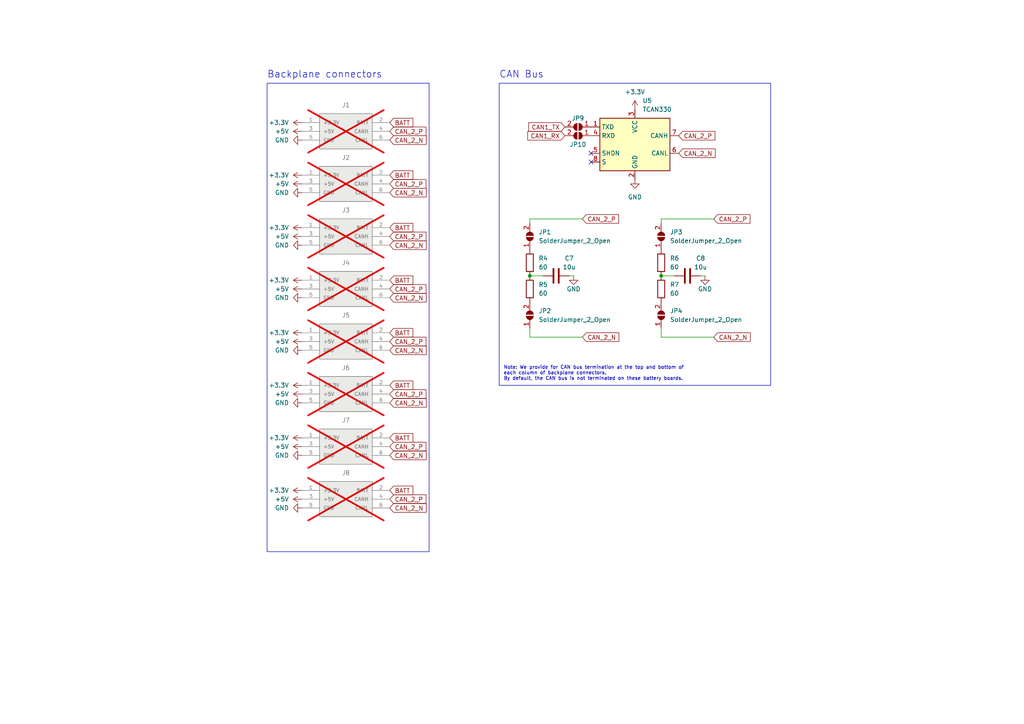
<source format=kicad_sch>
(kicad_sch (version 20230121) (generator eeschema)
  (paper "A4")
  (lib_symbols
    (symbol "Device:C" (pin_numbers hide) (pin_names (offset 0.254))
      (property "Reference" "C" (at 0.635 2.54 0))
      (property "Value" "C" (at 0.635 -2.54 0))
      (symbol "C_0_1"
        (polyline (pts (xy -2.032 -0.762) (xy 2.032 -0.762)) (stroke (width 0.508)))
        (polyline (pts (xy -2.032 0.762) (xy 2.032 0.762)) (stroke (width 0.508)))
      )
      (symbol "C_1_1"
        (pin passive line (at 0 3.81 270) (length 2.794) (name "~") (number "1"))
        (pin passive line (at 0 -3.81 90) (length 2.794) (name "~") (number "2"))
      )
    )
    (symbol "Device:R" (pin_numbers hide) (pin_names (offset 0))
      (property "Reference" "R" (at 2.032 0 90))
      (property "Value" "R" (at 0 0 90))
      (symbol "R_0_1"
        (rectangle (start -1.016 -2.54) (end 1.016 2.54) (stroke (width 0.254)))
      )
      (symbol "R_1_1"
        (pin passive line (at 0 3.81 270) (length 1.27) (name "~") (number "1"))
        (pin passive line (at 0 -3.81 90) (length 1.27) (name "~") (number "2"))
      )
    )
    (symbol "Interface_CAN_LIN:TCAN330"
      (property "Reference" "U" (at -10.16 8.89 0))
      (property "Value" "TCAN330" (at 2.54 8.89 0))
      (symbol "TCAN330_0_1"
        (rectangle (start -10.16 7.62) (end 10.16 -7.62) (stroke (width 0.254)) (fill (type background)))
      )
      (symbol "TCAN330_1_1"
        (pin input line (at -12.7 5.08 0) (length 2.54) (name "TXD") (number "1"))
        (pin power_in line (at 0 -10.16 90) (length 2.54) (name "GND") (number "2"))
        (pin power_in line (at 0 10.16 270) (length 2.54) (name "VCC") (number "3"))
        (pin tri_state line (at -12.7 2.54 0) (length 2.54) (name "RXD") (number "4"))
        (pin input line (at -12.7 -2.54 0) (length 2.54) (name "SHDN") (number "5"))
        (pin bidirectional line (at 12.7 -2.54 180) (length 2.54) (name "CANL") (number "6"))
        (pin bidirectional line (at 12.7 2.54 180) (length 2.54) (name "CANH") (number "7"))
        (pin input line (at -12.7 -5.08 0) (length 2.54) (name "S") (number "8"))
      )
    )
    (symbol "Jumper:SolderJumper_2_Open" (pin_names (offset 0) hide)
      (property "Reference" "JP" (at 0 2.032 0))
      (property "Value" "SolderJumper_2_Open" (at 0 -2.54 0))
      (symbol "SolderJumper_2_Open_0_1"
        (arc (start -0.254 1.016) (mid -1.2656 0) (end -0.254 -1.016))
        (arc (start -0.254 1.016) (mid -1.2656 0) (end -0.254 -1.016) (fill (type outline)))
        (polyline (pts (xy -0.254 1.016) (xy -0.254 -1.016)))
        (polyline (pts (xy 0.254 1.016) (xy 0.254 -1.016)))
        (arc (start 0.254 -1.016) (mid 1.2656 0) (end 0.254 1.016))
        (arc (start 0.254 -1.016) (mid 1.2656 0) (end 0.254 1.016) (fill (type outline)))
      )
      (symbol "SolderJumper_2_Open_1_1"
        (pin passive line (at -3.81 0 0) (length 2.54) (name "A") (number "1"))
        (pin passive line (at 3.81 0 180) (length 2.54) (name "B") (number "2"))
      )
    )
    (symbol "TVSC:Backplane_Connector_Consumer" (pin_names (offset 1.016))
      (property "Reference" "J" (at 0 6.35 0))
      (symbol "Backplane_Connector_Consumer_0_0"
        (rectangle (start -7.62 -5.08) (end 7.62 5.08) (stroke (width 0.254)) (fill (type background)))
      )
      (symbol "Backplane_Connector_Consumer_1_0"
        (pin power_out line (at -12.7 2.54 0) (length 5.08) (name "+3.3V") (number "1"))
        (pin passive line (at 12.7 2.54 180) (length 5.08) (name "BATT") (number "2"))
        (pin power_out line (at -12.7 0 0) (length 5.08) (name "+5V") (number "3"))
        (pin bidirectional line (at 12.7 0 180) (length 5.08) (name "CANH") (number "4"))
        (pin power_out line (at -12.7 -2.54 0) (length 5.08) (name "GND") (number "5"))
        (pin bidirectional line (at 12.7 -2.54 180) (length 5.08) (name "CANL") (number "6"))
      )
    )
    (symbol "power:+3.3V" (power) (pin_names (offset 0))
      (property "Value" "+3.3V" (at 0 3.556 0))
      (symbol "+3.3V_0_1"
        (polyline (pts (xy -0.762 1.27) (xy 0 2.54)))
        (polyline (pts (xy 0 0) (xy 0 2.54)))
        (polyline (pts (xy 0 2.54) (xy 0.762 1.27)))
      )
      (symbol "+3.3V_1_1"
        (pin power_in line (at 0 0 90) (length 0) hide (name "+3.3V") (number "1"))
      )
    )
    (symbol "power:+5V" (power) (pin_names (offset 0))
      (property "Value" "+5V" (at 0 3.556 0))
      (symbol "+5V_0_1"
        (polyline (pts (xy -0.762 1.27) (xy 0 2.54)))
        (polyline (pts (xy 0 0) (xy 0 2.54)))
        (polyline (pts (xy 0 2.54) (xy 0.762 1.27)))
      )
      (symbol "+5V_1_1"
        (pin power_in line (at 0 0 90) (length 0) hide (name "+5V") (number "1"))
      )
    )
    (symbol "power:GND" (power) (pin_names (offset 0))
      (property "Value" "GND" (at 0 -3.81 0))
      (symbol "GND_0_1"
        (polyline (pts (xy 0 0) (xy 0 -1.27) (xy 1.27 -1.27) (xy 0 -2.54) (xy -1.27 -1.27) (xy 0 -1.27)))
      )
      (symbol "GND_1_1"
        (pin power_in line (at 0 0 270) (length 0) hide (name "GND") (number "1"))
      )
    )
  )
  (junction (at 191.77 80.01))
  (junction (at 153.67 80.01))
  (no_connect (at 171.45 46.99))
  (no_connect (at 171.45 44.45))
  (wire (pts (xy 153.67 63.5) (xy 168.91 63.5)))
  (wire (pts (xy 153.67 97.79) (xy 153.67 95.25)))
  (wire (pts (xy 153.67 63.5) (xy 153.67 64.77)))
  (wire (pts (xy 157.48 80.01) (xy 153.67 80.01)))
  (wire (pts (xy 191.77 97.79) (xy 207.01 97.79)))
  (wire (pts (xy 191.77 63.5) (xy 191.77 64.77)))
  (wire (pts (xy 191.77 97.79) (xy 191.77 95.25)))
  (wire (pts (xy 203.2 80.01) (xy 204.47 80.01)))
  (wire (pts (xy 195.58 80.01) (xy 191.77 80.01)))
  (wire (pts (xy 153.67 97.79) (xy 168.91 97.79)))
  (wire (pts (xy 191.77 63.5) (xy 207.01 63.5)))
  (wire (pts (xy 165.1 80.01) (xy 166.37 80.01)))
  (rectangle (start 144.78 24.13) (end 223.52 111.76))
  (rectangle (start 77.47 24.13) (end 124.46 160.02))
  (text "Note: We provide for CAN bus termination at the top and bottom of\neach column of backplane connectors.\nBy default, the CAN bus is not terminated on these battery boards." (at 146.05 110.49 0) (effects (font (size 1 1)) (justify left bottom)))
  (text "CAN Bus" (at 144.78 22.86 0) (effects (font (size 2 2)) (justify left bottom)))
  (text "Backplane connectors" (at 77.47 22.86 0) (effects (font (size 2 2)) (justify left bottom)))
  (global_label "CAN_2_P" (shape input) (at 113.03 99.06 0) (property "Intersheetrefs" "${INTERSHEET_REFS}" (effects hide)))
  (global_label "CAN_2_P" (shape input) (at 113.03 129.54 0) (property "Intersheetrefs" "${INTERSHEET_REFS}" (effects hide)))
  (global_label "CAN_2_P" (shape input) (at 113.03 38.1 0) (property "Intersheetrefs" "${INTERSHEET_REFS}" (effects hide)))
  (global_label "CAN1_RX" (shape input) (at 163.83 39.37 180) (property "Intersheetrefs" "${INTERSHEET_REFS}" (effects hide)))
  (global_label "CAN_2_N" (shape input) (at 113.03 101.6 0) (property "Intersheetrefs" "${INTERSHEET_REFS}" (effects hide)))
  (global_label "BATT" (shape input) (at 113.03 127 0) (property "Intersheetrefs" "${INTERSHEET_REFS}" (effects hide)))
  (global_label "CAN_2_N" (shape input) (at 207.01 97.79 0) (property "Intersheetrefs" "${INTERSHEET_REFS}" (effects hide)))
  (global_label "BATT" (shape input) (at 113.03 35.56 0) (property "Intersheetrefs" "${INTERSHEET_REFS}" (effects hide)))
  (global_label "CAN_2_N" (shape input) (at 196.85 44.45 0) (property "Intersheetrefs" "${INTERSHEET_REFS}" (effects hide)))
  (global_label "CAN_2_N" (shape input) (at 113.03 86.36 0) (property "Intersheetrefs" "${INTERSHEET_REFS}" (effects hide)))
  (global_label "CAN_2_P" (shape input) (at 113.03 144.78 0) (property "Intersheetrefs" "${INTERSHEET_REFS}" (effects hide)))
  (global_label "CAN_2_N" (shape input) (at 113.03 132.08 0) (property "Intersheetrefs" "${INTERSHEET_REFS}" (effects hide)))
  (global_label "BATT" (shape input) (at 113.03 50.8 0) (property "Intersheetrefs" "${INTERSHEET_REFS}" (effects hide)))
  (global_label "CAN_2_N" (shape input) (at 113.03 55.88 0) (property "Intersheetrefs" "${INTERSHEET_REFS}" (effects hide)))
  (global_label "CAN_2_N" (shape input) (at 113.03 71.12 0) (property "Intersheetrefs" "${INTERSHEET_REFS}" (effects hide)))
  (global_label "CAN_2_N" (shape input) (at 113.03 116.84 0) (property "Intersheetrefs" "${INTERSHEET_REFS}" (effects hide)))
  (global_label "CAN_2_P" (shape input) (at 168.91 63.5 0) (property "Intersheetrefs" "${INTERSHEET_REFS}" (effects hide)))
  (global_label "CAN_2_P" (shape input) (at 207.01 63.5 0) (property "Intersheetrefs" "${INTERSHEET_REFS}" (effects hide)))
  (global_label "CAN_2_N" (shape input) (at 113.03 40.64 0) (property "Intersheetrefs" "${INTERSHEET_REFS}" (effects hide)))
  (global_label "CAN_2_P" (shape input) (at 113.03 68.58 0) (property "Intersheetrefs" "${INTERSHEET_REFS}" (effects hide)))
  (global_label "CAN_2_P" (shape input) (at 113.03 83.82 0) (property "Intersheetrefs" "${INTERSHEET_REFS}" (effects hide)))
  (global_label "BATT" (shape input) (at 113.03 66.04 0) (property "Intersheetrefs" "${INTERSHEET_REFS}" (effects hide)))
  (global_label "CAN_2_P" (shape input) (at 196.85 39.37 0) (property "Intersheetrefs" "${INTERSHEET_REFS}" (effects hide)))
  (global_label "BATT" (shape input) (at 113.03 96.52 0) (property "Intersheetrefs" "${INTERSHEET_REFS}" (effects hide)))
  (global_label "CAN1_TX" (shape input) (at 163.83 36.83 180) (property "Intersheetrefs" "${INTERSHEET_REFS}" (effects hide)))
  (global_label "BATT" (shape input) (at 113.03 142.24 0) (property "Intersheetrefs" "${INTERSHEET_REFS}" (effects hide)))
  (global_label "CAN_2_N" (shape input) (at 168.91 97.79 0) (property "Intersheetrefs" "${INTERSHEET_REFS}" (effects hide)))
  (global_label "BATT" (shape input) (at 113.03 111.76 0) (property "Intersheetrefs" "${INTERSHEET_REFS}" (effects hide)))
  (global_label "CAN_2_N" (shape input) (at 113.03 147.32 0) (property "Intersheetrefs" "${INTERSHEET_REFS}" (effects hide)))
  (global_label "BATT" (shape input) (at 113.03 81.28 0) (property "Intersheetrefs" "${INTERSHEET_REFS}" (effects hide)))
  (global_label "CAN_2_P" (shape input) (at 113.03 114.3 0) (property "Intersheetrefs" "${INTERSHEET_REFS}" (effects hide)))
  (global_label "CAN_2_P" (shape input) (at 113.03 53.34 0) (property "Intersheetrefs" "${INTERSHEET_REFS}" (effects hide)))
  (symbol (lib_id "Device:R") (at 191.77 76.2 0) (unit 1)
    (property "Reference" "R6" (at 194.31 74.93 0) (effects (justify left)))
    (property "Value" "60" (at 194.31 77.47 0) (effects (justify left)))
    (property "Footprint" "Resistor_SMD:R_0402_1005Metric" (effects hide))
  )
  (symbol (lib_id "power:GND") (at 87.63 55.88 270) (unit 1)
    (property "Reference" "#PWR027" (effects hide))
    (property "Value" "GND" (at 83.82 55.88 90) (effects (justify right)))
  )
  (symbol (lib_id "power:+5V") (at 87.63 68.58 90) (unit 1)
    (property "Reference" "#PWR029" (effects hide))
    (property "Value" "+5V" (at 83.82 68.58 90) (effects (justify left)))
  )
  (symbol (lib_id "Device:C") (at 199.39 80.01 90) (unit 1)
    (property "Reference" "C8" (at 203.2 74.93 90))
    (property "Value" "10u" (at 203.2 77.47 90))
    (property "Footprint" "Capacitor_SMD:C_0603_1608Metric" (effects hide))
    (property "MPN" "C19702" (effects hide))
    (property "Manufacturer" "Samsung Electro-Mechanics" (effects hide))
    (property "Manufacturer Part Number" "CL10A106KP8NNNC" (effects hide))
  )
  (symbol (lib_id "power:GND") (at 87.63 132.08 270) (unit 1)
    (property "Reference" "#PWR070" (effects hide))
    (property "Value" "GND" (at 83.82 132.08 90) (effects (justify right)))
  )
  (symbol (lib_id "TVSC:Backplane_Connector_Consumer") (at 100.33 53.34 0) (unit 1) (dnp yes)
    (property "Reference" "J2" (at 100.33 45.72 0))
    (property "Value" "TE_Connectivity_7-5530843-7" (effects hide))
    (property "Footprint" "footprints:TE_Connectivity_7-5530843-7" (effects hide))
    (property "Datasheet" "https://www.te.com/commerce/DocumentDelivery/DDEController?Action=showdoc&DocId=Customer+Drawing%7F5530843%7FG1%7Fpdf%7FEnglish%7FENG_CD_5530843_G1.pdf" (effects hide))
    (property "Manufacturer" "TE Connectivity" (effects hide))
    (property "Manufacturer Part Number" "7-5530843-7" (effects hide))
    (property "MPN" "C4570400" (effects hide))
  )
  (symbol (lib_id "Jumper:SolderJumper_2_Open") (at 191.77 68.58 90) (unit 1)
    (property "Reference" "JP3" (at 194.31 67.31 90) (effects (justify right)))
    (property "Value" "SolderJumper_2_Open" (at 194.31 69.85 90) (effects (justify right)))
    (property "Footprint" "Jumper:SolderJumper-2_P1.3mm_Open_RoundedPad1.0x1.5mm" (effects hide))
  )
  (symbol (lib_id "power:+3.3V") (at 87.63 81.28 90) (unit 1)
    (property "Reference" "#PWR031" (effects hide))
    (property "Value" "+3.3V" (at 83.82 81.28 90) (effects (justify left)))
  )
  (symbol (lib_id "power:+5V") (at 87.63 99.06 90) (unit 1)
    (property "Reference" "#PWR035" (effects hide))
    (property "Value" "+5V" (at 83.82 99.06 90) (effects (justify left)))
  )
  (symbol (lib_id "power:+3.3V") (at 87.63 127 90) (unit 1)
    (property "Reference" "#PWR066" (effects hide))
    (property "Value" "+3.3V" (at 83.82 127 90) (effects (justify left)))
  )
  (symbol (lib_id "Jumper:SolderJumper_2_Open") (at 167.64 36.83 180) (unit 1)
    (property "Reference" "JP9" (at 167.64 34.29 0))
    (property "Value" "SolderJumper_2_Open" (effects hide))
    (property "Footprint" "Jumper:SolderJumper-2_P1.3mm_Open_RoundedPad1.0x1.5mm" (effects hide))
  )
  (symbol (lib_id "TVSC:Backplane_Connector_Consumer") (at 100.33 38.1 0) (unit 1) (dnp yes)
    (property "Reference" "J1" (at 100.33 30.48 0))
    (property "Value" "TE_Connectivity_7-5530843-7" (effects hide))
    (property "Footprint" "footprints:TE_Connectivity_7-5530843-7" (effects hide))
    (property "Datasheet" "https://www.te.com/commerce/DocumentDelivery/DDEController?Action=showdoc&DocId=Customer+Drawing%7F5530843%7FG1%7Fpdf%7FEnglish%7FENG_CD_5530843_G1.pdf" (effects hide))
    (property "Manufacturer" "TE Connectivity" (effects hide))
    (property "Manufacturer Part Number" "7-5530843-7" (effects hide))
    (property "MPN" "C4570400" (effects hide))
  )
  (symbol (lib_id "power:+3.3V") (at 87.63 96.52 90) (unit 1)
    (property "Reference" "#PWR034" (effects hide))
    (property "Value" "+3.3V" (at 83.82 96.52 90) (effects (justify left)))
  )
  (symbol (lib_id "power:GND") (at 204.47 80.01 0) (unit 1)
    (property "Reference" "#PWR021" (effects hide))
    (property "Value" "GND" (at 204.47 83.82 0))
  )
  (symbol (lib_id "power:+5V") (at 87.63 53.34 90) (unit 1)
    (property "Reference" "#PWR026" (effects hide))
    (property "Value" "+5V" (at 83.82 53.34 90) (effects (justify left)))
  )
  (symbol (lib_id "Device:C") (at 161.29 80.01 90) (unit 1)
    (property "Reference" "C7" (at 165.1 74.93 90))
    (property "Value" "10u" (at 165.1 77.47 90))
    (property "Footprint" "Capacitor_SMD:C_0603_1608Metric" (effects hide))
    (property "MPN" "C19702" (effects hide))
    (property "Manufacturer" "Samsung Electro-Mechanics" (effects hide))
    (property "Manufacturer Part Number" "CL10A106KP8NNNC" (effects hide))
  )
  (symbol (lib_id "power:GND") (at 87.63 71.12 270) (unit 1)
    (property "Reference" "#PWR030" (effects hide))
    (property "Value" "GND" (at 83.82 71.12 90) (effects (justify right)))
  )
  (symbol (lib_id "TVSC:Backplane_Connector_Consumer") (at 100.33 114.3 0) (unit 1) (dnp yes)
    (property "Reference" "J6" (at 100.33 106.68 0))
    (property "Value" "TE_Connectivity_7-5530843-7" (effects hide))
    (property "Footprint" "footprints:TE_Connectivity_7-5530843-7" (effects hide))
    (property "Datasheet" "https://www.te.com/commerce/DocumentDelivery/DDEController?Action=showdoc&DocId=Customer+Drawing%7F5530843%7FG1%7Fpdf%7FEnglish%7FENG_CD_5530843_G1.pdf" (effects hide))
    (property "Manufacturer" "TE Connectivity" (effects hide))
    (property "Manufacturer Part Number" "7-5530843-7" (effects hide))
    (property "MPN" "C4570400" (effects hide))
  )
  (symbol (lib_id "Jumper:SolderJumper_2_Open") (at 153.67 68.58 90) (unit 1)
    (property "Reference" "JP1" (at 156.21 67.31 90) (effects (justify right)))
    (property "Value" "SolderJumper_2_Open" (at 156.21 69.85 90) (effects (justify right)))
    (property "Footprint" "Jumper:SolderJumper-2_P1.3mm_Open_RoundedPad1.0x1.5mm" (effects hide))
  )
  (symbol (lib_id "power:+3.3V") (at 87.63 66.04 90) (unit 1)
    (property "Reference" "#PWR028" (effects hide))
    (property "Value" "+3.3V" (at 83.82 66.04 90) (effects (justify left)))
  )
  (symbol (lib_id "Interface_CAN_LIN:TCAN330") (at 184.15 41.91 0) (unit 1)
    (property "Reference" "U5" (at 186.3441 29.21 0) (effects (justify left)))
    (property "Value" "TCAN330" (at 186.3441 31.75 0) (effects (justify left)))
    (property "Footprint" "Package_TO_SOT_SMD:SOT-23-8" (effects hide))
    (property "Datasheet" "http://www.ti.com/lit/ds/symlink/tcan337.pdf" (effects hide))
    (property "Alternate" "TCAN332" (effects hide))
    (property "Manufacturer" "Texas Instruments" (effects hide))
    (property "Manufacturer Part Number" "TCAN330DCNR" (effects hide))
    (property "Active" "Y" (effects hide))
    (property "MPN" "C2877587" (effects hide))
  )
  (symbol (lib_id "Jumper:SolderJumper_2_Open") (at 167.64 39.37 180) (unit 1)
    (property "Reference" "JP10" (at 167.64 41.91 0))
    (property "Value" "SolderJumper_2_Open" (effects hide))
    (property "Footprint" "Jumper:SolderJumper-2_P1.3mm_Open_RoundedPad1.0x1.5mm" (effects hide))
  )
  (symbol (lib_id "Device:R") (at 191.77 83.82 0) (unit 1)
    (property "Reference" "R7" (at 194.31 82.55 0) (effects (justify left)))
    (property "Value" "60" (at 194.31 85.09 0) (effects (justify left)))
    (property "Footprint" "Resistor_SMD:R_0402_1005Metric" (effects hide))
  )
  (symbol (lib_id "Jumper:SolderJumper_2_Open") (at 191.77 91.44 90) (unit 1)
    (property "Reference" "JP4" (at 194.31 90.17 90) (effects (justify right)))
    (property "Value" "SolderJumper_2_Open" (at 194.31 92.71 90) (effects (justify right)))
    (property "Footprint" "Jumper:SolderJumper-2_P1.3mm_Open_RoundedPad1.0x1.5mm" (effects hide))
  )
  (symbol (lib_id "TVSC:Backplane_Connector_Consumer") (at 100.33 144.78 0) (unit 1) (dnp yes)
    (property "Reference" "J8" (at 100.33 137.16 0))
    (property "Value" "TE_Connectivity_7-5530843-7" (effects hide))
    (property "Footprint" "footprints:TE_Connectivity_7-5530843-7" (effects hide))
    (property "Datasheet" "https://www.te.com/commerce/DocumentDelivery/DDEController?Action=showdoc&DocId=Customer+Drawing%7F5530843%7FG1%7Fpdf%7FEnglish%7FENG_CD_5530843_G1.pdf" (effects hide))
    (property "Manufacturer" "TE Connectivity" (effects hide))
    (property "Manufacturer Part Number" "7-5530843-7" (effects hide))
    (property "MPN" "C4570400" (effects hide))
  )
  (symbol (lib_id "power:GND") (at 166.37 80.01 0) (unit 1)
    (property "Reference" "#PWR020" (effects hide))
    (property "Value" "GND" (at 166.37 83.82 0))
  )
  (symbol (lib_id "power:+5V") (at 87.63 83.82 90) (unit 1)
    (property "Reference" "#PWR032" (effects hide))
    (property "Value" "+5V" (at 83.82 83.82 90) (effects (justify left)))
  )
  (symbol (lib_id "power:+5V") (at 87.63 38.1 90) (unit 1)
    (property "Reference" "#PWR023" (effects hide))
    (property "Value" "+5V" (at 83.82 38.1 90) (effects (justify left)))
  )
  (symbol (lib_id "TVSC:Backplane_Connector_Consumer") (at 100.33 129.54 0) (unit 1) (dnp yes)
    (property "Reference" "J7" (at 100.33 121.92 0))
    (property "Value" "TE_Connectivity_7-5530843-7" (effects hide))
    (property "Footprint" "footprints:TE_Connectivity_7-5530843-7" (effects hide))
    (property "Datasheet" "https://www.te.com/commerce/DocumentDelivery/DDEController?Action=showdoc&DocId=Customer+Drawing%7F5530843%7FG1%7Fpdf%7FEnglish%7FENG_CD_5530843_G1.pdf" (effects hide))
    (property "Manufacturer" "TE Connectivity" (effects hide))
    (property "Manufacturer Part Number" "7-5530843-7" (effects hide))
    (property "MPN" "C4570400" (effects hide))
  )
  (symbol (lib_id "Device:R") (at 153.67 76.2 0) (unit 1)
    (property "Reference" "R4" (at 156.21 74.93 0) (effects (justify left)))
    (property "Value" "60" (at 156.21 77.47 0) (effects (justify left)))
    (property "Footprint" "Resistor_SMD:R_0402_1005Metric" (effects hide))
  )
  (symbol (lib_id "power:GND") (at 184.15 52.07 0) (unit 1)
    (property "Reference" "#PWR075" (effects hide))
    (property "Value" "GND" (at 184.15 57.15 0))
  )
  (symbol (lib_id "TVSC:Backplane_Connector_Consumer") (at 100.33 83.82 0) (unit 1) (dnp yes)
    (property "Reference" "J4" (at 100.33 76.2 0))
    (property "Value" "TE_Connectivity_7-5530843-7" (effects hide))
    (property "Footprint" "footprints:TE_Connectivity_7-5530843-7" (effects hide))
    (property "Datasheet" "https://www.te.com/commerce/DocumentDelivery/DDEController?Action=showdoc&DocId=Customer+Drawing%7F5530843%7FG1%7Fpdf%7FEnglish%7FENG_CD_5530843_G1.pdf" (effects hide))
    (property "Manufacturer" "TE Connectivity" (effects hide))
    (property "Manufacturer Part Number" "7-5530843-7" (effects hide))
    (property "MPN" "C4570400" (effects hide))
  )
  (symbol (lib_id "power:GND") (at 87.63 40.64 270) (unit 1)
    (property "Reference" "#PWR024" (effects hide))
    (property "Value" "GND" (at 83.82 40.64 90) (effects (justify right)))
  )
  (symbol (lib_id "power:GND") (at 87.63 86.36 270) (unit 1)
    (property "Reference" "#PWR033" (effects hide))
    (property "Value" "GND" (at 83.82 86.36 90) (effects (justify right)))
  )
  (symbol (lib_id "power:+5V") (at 87.63 114.3 90) (unit 1)
    (property "Reference" "#PWR038" (effects hide))
    (property "Value" "+5V" (at 83.82 114.3 90) (effects (justify left)))
  )
  (symbol (lib_id "power:+3.3V") (at 87.63 50.8 90) (unit 1)
    (property "Reference" "#PWR025" (effects hide))
    (property "Value" "+3.3V" (at 83.82 50.8 90) (effects (justify left)))
  )
  (symbol (lib_id "power:+5V") (at 87.63 129.54 90) (unit 1)
    (property "Reference" "#PWR069" (effects hide))
    (property "Value" "+5V" (at 83.82 129.54 90) (effects (justify left)))
  )
  (symbol (lib_id "Jumper:SolderJumper_2_Open") (at 153.67 91.44 90) (unit 1)
    (property "Reference" "JP2" (at 156.21 90.17 90) (effects (justify right)))
    (property "Value" "SolderJumper_2_Open" (at 156.21 92.71 90) (effects (justify right)))
    (property "Footprint" "Jumper:SolderJumper-2_P1.3mm_Open_RoundedPad1.0x1.5mm" (effects hide))
  )
  (symbol (lib_id "power:+3.3V") (at 184.15 31.75 0) (unit 1)
    (property "Reference" "#PWR074" (effects hide))
    (property "Value" "+3.3V" (at 184.15 26.67 0))
  )
  (symbol (lib_id "power:GND") (at 87.63 101.6 270) (unit 1)
    (property "Reference" "#PWR036" (effects hide))
    (property "Value" "GND" (at 83.82 101.6 90) (effects (justify right)))
  )
  (symbol (lib_id "TVSC:Backplane_Connector_Consumer") (at 100.33 99.06 0) (unit 1) (dnp yes)
    (property "Reference" "J5" (at 100.33 91.44 0))
    (property "Value" "TE_Connectivity_7-5530843-7" (effects hide))
    (property "Footprint" "footprints:TE_Connectivity_7-5530843-7" (effects hide))
    (property "Datasheet" "https://www.te.com/commerce/DocumentDelivery/DDEController?Action=showdoc&DocId=Customer+Drawing%7F5530843%7FG1%7Fpdf%7FEnglish%7FENG_CD_5530843_G1.pdf" (effects hide))
    (property "Manufacturer" "TE Connectivity" (effects hide))
    (property "Manufacturer Part Number" "7-5530843-7" (effects hide))
    (property "MPN" "C4570400" (effects hide))
  )
  (symbol (lib_id "TVSC:Backplane_Connector_Consumer") (at 100.33 68.58 0) (unit 1) (dnp yes)
    (property "Reference" "J3" (at 100.33 60.96 0))
    (property "Value" "TE_Connectivity_7-5530843-7" (effects hide))
    (property "Footprint" "footprints:TE_Connectivity_7-5530843-7" (effects hide))
    (property "Datasheet" "https://www.te.com/commerce/DocumentDelivery/DDEController?Action=showdoc&DocId=Customer+Drawing%7F5530843%7FG1%7Fpdf%7FEnglish%7FENG_CD_5530843_G1.pdf" (effects hide))
    (property "Manufacturer" "TE Connectivity" (effects hide))
    (property "Manufacturer Part Number" "7-5530843-7" (effects hide))
    (property "MPN" "C4570400" (effects hide))
  )
  (symbol (lib_id "power:+3.3V") (at 87.63 142.24 90) (unit 1)
    (property "Reference" "#PWR071" (effects hide))
    (property "Value" "+3.3V" (at 83.82 142.24 90) (effects (justify left)))
  )
  (symbol (lib_id "power:+5V") (at 87.63 144.78 90) (unit 1)
    (property "Reference" "#PWR072" (effects hide))
    (property "Value" "+5V" (at 83.82 144.78 90) (effects (justify left)))
  )
  (symbol (lib_id "power:+3.3V") (at 87.63 35.56 90) (unit 1)
    (property "Reference" "#PWR022" (effects hide))
    (property "Value" "+3.3V" (at 83.82 35.56 90) (effects (justify left)))
  )
  (symbol (lib_id "power:+3.3V") (at 87.63 111.76 90) (unit 1)
    (property "Reference" "#PWR037" (effects hide))
    (property "Value" "+3.3V" (at 83.82 111.76 90) (effects (justify left)))
  )
  (symbol (lib_id "power:GND") (at 87.63 147.32 270) (unit 1)
    (property "Reference" "#PWR073" (effects hide))
    (property "Value" "GND" (at 83.82 147.32 90) (effects (justify right)))
  )
  (symbol (lib_id "Device:R") (at 153.67 83.82 0) (unit 1)
    (property "Reference" "R5" (at 156.21 82.55 0) (effects (justify left)))
    (property "Value" "60" (at 156.21 85.09 0) (effects (justify left)))
    (property "Footprint" "Resistor_SMD:R_0402_1005Metric" (effects hide))
  )
  (symbol (lib_id "power:GND") (at 87.63 116.84 270) (unit 1)
    (property "Reference" "#PWR065" (effects hide))
    (property "Value" "GND" (at 83.82 116.84 90) (effects (justify right)))
  )
)
</source>
